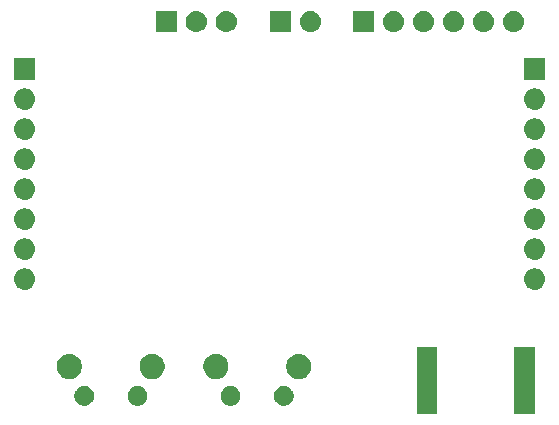
<source format=gbr>
G04 #@! TF.GenerationSoftware,KiCad,Pcbnew,(5.1.4)-1*
G04 #@! TF.CreationDate,2020-02-25T16:56:55+01:00*
G04 #@! TF.ProjectId,Master Thesis PCB,4d617374-6572-4205-9468-657369732050,rev?*
G04 #@! TF.SameCoordinates,Original*
G04 #@! TF.FileFunction,Soldermask,Bot*
G04 #@! TF.FilePolarity,Negative*
%FSLAX46Y46*%
G04 Gerber Fmt 4.6, Leading zero omitted, Abs format (unit mm)*
G04 Created by KiCad (PCBNEW (5.1.4)-1) date 2020-02-25 16:56:55*
%MOMM*%
%LPD*%
G04 APERTURE LIST*
%ADD10C,0.100000*%
G04 APERTURE END LIST*
D10*
G36*
X144001000Y-109251000D02*
G01*
X142249000Y-109251000D01*
X142249000Y-103549000D01*
X144001000Y-103549000D01*
X144001000Y-109251000D01*
X144001000Y-109251000D01*
G37*
G36*
X135751000Y-109251000D02*
G01*
X133999000Y-109251000D01*
X133999000Y-103549000D01*
X135751000Y-103549000D01*
X135751000Y-109251000D01*
X135751000Y-109251000D01*
G37*
G36*
X122880444Y-106869151D02*
G01*
X122987540Y-106890454D01*
X123138863Y-106953134D01*
X123138864Y-106953135D01*
X123275048Y-107044130D01*
X123390870Y-107159952D01*
X123451533Y-107250741D01*
X123481866Y-107296137D01*
X123544546Y-107447460D01*
X123576500Y-107608104D01*
X123576500Y-107771896D01*
X123544546Y-107932540D01*
X123481866Y-108083863D01*
X123481865Y-108083864D01*
X123390870Y-108220048D01*
X123275048Y-108335870D01*
X123184259Y-108396533D01*
X123138863Y-108426866D01*
X122987540Y-108489546D01*
X122880444Y-108510849D01*
X122826897Y-108521500D01*
X122663103Y-108521500D01*
X122609556Y-108510849D01*
X122502460Y-108489546D01*
X122351137Y-108426866D01*
X122305741Y-108396533D01*
X122214952Y-108335870D01*
X122099130Y-108220048D01*
X122008135Y-108083864D01*
X122008134Y-108083863D01*
X121945454Y-107932540D01*
X121913500Y-107771896D01*
X121913500Y-107608104D01*
X121945454Y-107447460D01*
X122008134Y-107296137D01*
X122038467Y-107250741D01*
X122099130Y-107159952D01*
X122214952Y-107044130D01*
X122351136Y-106953135D01*
X122351137Y-106953134D01*
X122502460Y-106890454D01*
X122609556Y-106869151D01*
X122663103Y-106858500D01*
X122826897Y-106858500D01*
X122880444Y-106869151D01*
X122880444Y-106869151D01*
G37*
G36*
X118380444Y-106869151D02*
G01*
X118487540Y-106890454D01*
X118638863Y-106953134D01*
X118638864Y-106953135D01*
X118775048Y-107044130D01*
X118890870Y-107159952D01*
X118951533Y-107250741D01*
X118981866Y-107296137D01*
X119044546Y-107447460D01*
X119076500Y-107608104D01*
X119076500Y-107771896D01*
X119044546Y-107932540D01*
X118981866Y-108083863D01*
X118981865Y-108083864D01*
X118890870Y-108220048D01*
X118775048Y-108335870D01*
X118684259Y-108396533D01*
X118638863Y-108426866D01*
X118487540Y-108489546D01*
X118380444Y-108510849D01*
X118326897Y-108521500D01*
X118163103Y-108521500D01*
X118109556Y-108510849D01*
X118002460Y-108489546D01*
X117851137Y-108426866D01*
X117805741Y-108396533D01*
X117714952Y-108335870D01*
X117599130Y-108220048D01*
X117508135Y-108083864D01*
X117508134Y-108083863D01*
X117445454Y-107932540D01*
X117413500Y-107771896D01*
X117413500Y-107608104D01*
X117445454Y-107447460D01*
X117508134Y-107296137D01*
X117538467Y-107250741D01*
X117599130Y-107159952D01*
X117714952Y-107044130D01*
X117851136Y-106953135D01*
X117851137Y-106953134D01*
X118002460Y-106890454D01*
X118109556Y-106869151D01*
X118163103Y-106858500D01*
X118326897Y-106858500D01*
X118380444Y-106869151D01*
X118380444Y-106869151D01*
G37*
G36*
X105980444Y-106869151D02*
G01*
X106087540Y-106890454D01*
X106238863Y-106953134D01*
X106238864Y-106953135D01*
X106375048Y-107044130D01*
X106490870Y-107159952D01*
X106551533Y-107250741D01*
X106581866Y-107296137D01*
X106644546Y-107447460D01*
X106676500Y-107608104D01*
X106676500Y-107771896D01*
X106644546Y-107932540D01*
X106581866Y-108083863D01*
X106581865Y-108083864D01*
X106490870Y-108220048D01*
X106375048Y-108335870D01*
X106284259Y-108396533D01*
X106238863Y-108426866D01*
X106087540Y-108489546D01*
X105980444Y-108510849D01*
X105926897Y-108521500D01*
X105763103Y-108521500D01*
X105709556Y-108510849D01*
X105602460Y-108489546D01*
X105451137Y-108426866D01*
X105405741Y-108396533D01*
X105314952Y-108335870D01*
X105199130Y-108220048D01*
X105108135Y-108083864D01*
X105108134Y-108083863D01*
X105045454Y-107932540D01*
X105013500Y-107771896D01*
X105013500Y-107608104D01*
X105045454Y-107447460D01*
X105108134Y-107296137D01*
X105138467Y-107250741D01*
X105199130Y-107159952D01*
X105314952Y-107044130D01*
X105451136Y-106953135D01*
X105451137Y-106953134D01*
X105602460Y-106890454D01*
X105709556Y-106869151D01*
X105763103Y-106858500D01*
X105926897Y-106858500D01*
X105980444Y-106869151D01*
X105980444Y-106869151D01*
G37*
G36*
X110480444Y-106869151D02*
G01*
X110587540Y-106890454D01*
X110738863Y-106953134D01*
X110738864Y-106953135D01*
X110875048Y-107044130D01*
X110990870Y-107159952D01*
X111051533Y-107250741D01*
X111081866Y-107296137D01*
X111144546Y-107447460D01*
X111176500Y-107608104D01*
X111176500Y-107771896D01*
X111144546Y-107932540D01*
X111081866Y-108083863D01*
X111081865Y-108083864D01*
X110990870Y-108220048D01*
X110875048Y-108335870D01*
X110784259Y-108396533D01*
X110738863Y-108426866D01*
X110587540Y-108489546D01*
X110480444Y-108510849D01*
X110426897Y-108521500D01*
X110263103Y-108521500D01*
X110209556Y-108510849D01*
X110102460Y-108489546D01*
X109951137Y-108426866D01*
X109905741Y-108396533D01*
X109814952Y-108335870D01*
X109699130Y-108220048D01*
X109608135Y-108083864D01*
X109608134Y-108083863D01*
X109545454Y-107932540D01*
X109513500Y-107771896D01*
X109513500Y-107608104D01*
X109545454Y-107447460D01*
X109608134Y-107296137D01*
X109638467Y-107250741D01*
X109699130Y-107159952D01*
X109814952Y-107044130D01*
X109951136Y-106953135D01*
X109951137Y-106953134D01*
X110102460Y-106890454D01*
X110209556Y-106869151D01*
X110263103Y-106858500D01*
X110426897Y-106858500D01*
X110480444Y-106869151D01*
X110480444Y-106869151D01*
G37*
G36*
X117197576Y-104156444D02*
G01*
X117300357Y-104176889D01*
X117397175Y-104216993D01*
X117493994Y-104257096D01*
X117668258Y-104373535D01*
X117816465Y-104521742D01*
X117932904Y-104696006D01*
X118013111Y-104889644D01*
X118054000Y-105095204D01*
X118054000Y-105304796D01*
X118013111Y-105510356D01*
X117932904Y-105703994D01*
X117816465Y-105878258D01*
X117668258Y-106026465D01*
X117493994Y-106142904D01*
X117397175Y-106183007D01*
X117300357Y-106223111D01*
X117197576Y-106243556D01*
X117094796Y-106264000D01*
X116885204Y-106264000D01*
X116782424Y-106243555D01*
X116679643Y-106223111D01*
X116582825Y-106183008D01*
X116486006Y-106142904D01*
X116311742Y-106026465D01*
X116163535Y-105878258D01*
X116047096Y-105703994D01*
X115966889Y-105510356D01*
X115926000Y-105304796D01*
X115926000Y-105095204D01*
X115966889Y-104889644D01*
X116047096Y-104696006D01*
X116163535Y-104521742D01*
X116311742Y-104373535D01*
X116486006Y-104257096D01*
X116582825Y-104216992D01*
X116679643Y-104176889D01*
X116782424Y-104156444D01*
X116885204Y-104136000D01*
X117094796Y-104136000D01*
X117197576Y-104156444D01*
X117197576Y-104156444D01*
G37*
G36*
X124207576Y-104156444D02*
G01*
X124310357Y-104176889D01*
X124407175Y-104216993D01*
X124503994Y-104257096D01*
X124678258Y-104373535D01*
X124826465Y-104521742D01*
X124942904Y-104696006D01*
X125023111Y-104889644D01*
X125064000Y-105095204D01*
X125064000Y-105304796D01*
X125023111Y-105510356D01*
X124942904Y-105703994D01*
X124826465Y-105878258D01*
X124678258Y-106026465D01*
X124503994Y-106142904D01*
X124407175Y-106183007D01*
X124310357Y-106223111D01*
X124207576Y-106243556D01*
X124104796Y-106264000D01*
X123895204Y-106264000D01*
X123792424Y-106243555D01*
X123689643Y-106223111D01*
X123592825Y-106183008D01*
X123496006Y-106142904D01*
X123321742Y-106026465D01*
X123173535Y-105878258D01*
X123057096Y-105703994D01*
X122976889Y-105510356D01*
X122936000Y-105304796D01*
X122936000Y-105095204D01*
X122976889Y-104889644D01*
X123057096Y-104696006D01*
X123173535Y-104521742D01*
X123321742Y-104373535D01*
X123496006Y-104257096D01*
X123592825Y-104216992D01*
X123689643Y-104176889D01*
X123792424Y-104156444D01*
X123895204Y-104136000D01*
X124104796Y-104136000D01*
X124207576Y-104156444D01*
X124207576Y-104156444D01*
G37*
G36*
X111807576Y-104156444D02*
G01*
X111910357Y-104176889D01*
X112007175Y-104216993D01*
X112103994Y-104257096D01*
X112278258Y-104373535D01*
X112426465Y-104521742D01*
X112542904Y-104696006D01*
X112623111Y-104889644D01*
X112664000Y-105095204D01*
X112664000Y-105304796D01*
X112623111Y-105510356D01*
X112542904Y-105703994D01*
X112426465Y-105878258D01*
X112278258Y-106026465D01*
X112103994Y-106142904D01*
X112007175Y-106183007D01*
X111910357Y-106223111D01*
X111807576Y-106243556D01*
X111704796Y-106264000D01*
X111495204Y-106264000D01*
X111392424Y-106243555D01*
X111289643Y-106223111D01*
X111192825Y-106183008D01*
X111096006Y-106142904D01*
X110921742Y-106026465D01*
X110773535Y-105878258D01*
X110657096Y-105703994D01*
X110576889Y-105510356D01*
X110536000Y-105304796D01*
X110536000Y-105095204D01*
X110576889Y-104889644D01*
X110657096Y-104696006D01*
X110773535Y-104521742D01*
X110921742Y-104373535D01*
X111096006Y-104257096D01*
X111192825Y-104216992D01*
X111289643Y-104176889D01*
X111392424Y-104156444D01*
X111495204Y-104136000D01*
X111704796Y-104136000D01*
X111807576Y-104156444D01*
X111807576Y-104156444D01*
G37*
G36*
X104797576Y-104156444D02*
G01*
X104900357Y-104176889D01*
X104997175Y-104216993D01*
X105093994Y-104257096D01*
X105268258Y-104373535D01*
X105416465Y-104521742D01*
X105532904Y-104696006D01*
X105613111Y-104889644D01*
X105654000Y-105095204D01*
X105654000Y-105304796D01*
X105613111Y-105510356D01*
X105532904Y-105703994D01*
X105416465Y-105878258D01*
X105268258Y-106026465D01*
X105093994Y-106142904D01*
X104997175Y-106183007D01*
X104900357Y-106223111D01*
X104797576Y-106243556D01*
X104694796Y-106264000D01*
X104485204Y-106264000D01*
X104382424Y-106243555D01*
X104279643Y-106223111D01*
X104182825Y-106183008D01*
X104086006Y-106142904D01*
X103911742Y-106026465D01*
X103763535Y-105878258D01*
X103647096Y-105703994D01*
X103566889Y-105510356D01*
X103526000Y-105304796D01*
X103526000Y-105095204D01*
X103566889Y-104889644D01*
X103647096Y-104696006D01*
X103763535Y-104521742D01*
X103911742Y-104373535D01*
X104086006Y-104257096D01*
X104182825Y-104216992D01*
X104279643Y-104176889D01*
X104382424Y-104156444D01*
X104485204Y-104136000D01*
X104694796Y-104136000D01*
X104797576Y-104156444D01*
X104797576Y-104156444D01*
G37*
G36*
X100910443Y-96905519D02*
G01*
X100976627Y-96912037D01*
X101146466Y-96963557D01*
X101302991Y-97047222D01*
X101338729Y-97076552D01*
X101440186Y-97159814D01*
X101523448Y-97261271D01*
X101552778Y-97297009D01*
X101636443Y-97453534D01*
X101687963Y-97623373D01*
X101705359Y-97800000D01*
X101687963Y-97976627D01*
X101636443Y-98146466D01*
X101552778Y-98302991D01*
X101523448Y-98338729D01*
X101440186Y-98440186D01*
X101338729Y-98523448D01*
X101302991Y-98552778D01*
X101146466Y-98636443D01*
X100976627Y-98687963D01*
X100910443Y-98694481D01*
X100844260Y-98701000D01*
X100755740Y-98701000D01*
X100689557Y-98694481D01*
X100623373Y-98687963D01*
X100453534Y-98636443D01*
X100297009Y-98552778D01*
X100261271Y-98523448D01*
X100159814Y-98440186D01*
X100076552Y-98338729D01*
X100047222Y-98302991D01*
X99963557Y-98146466D01*
X99912037Y-97976627D01*
X99894641Y-97800000D01*
X99912037Y-97623373D01*
X99963557Y-97453534D01*
X100047222Y-97297009D01*
X100076552Y-97261271D01*
X100159814Y-97159814D01*
X100261271Y-97076552D01*
X100297009Y-97047222D01*
X100453534Y-96963557D01*
X100623373Y-96912037D01*
X100689557Y-96905519D01*
X100755740Y-96899000D01*
X100844260Y-96899000D01*
X100910443Y-96905519D01*
X100910443Y-96905519D01*
G37*
G36*
X144090443Y-96905519D02*
G01*
X144156627Y-96912037D01*
X144326466Y-96963557D01*
X144482991Y-97047222D01*
X144518729Y-97076552D01*
X144620186Y-97159814D01*
X144703448Y-97261271D01*
X144732778Y-97297009D01*
X144816443Y-97453534D01*
X144867963Y-97623373D01*
X144885359Y-97800000D01*
X144867963Y-97976627D01*
X144816443Y-98146466D01*
X144732778Y-98302991D01*
X144703448Y-98338729D01*
X144620186Y-98440186D01*
X144518729Y-98523448D01*
X144482991Y-98552778D01*
X144326466Y-98636443D01*
X144156627Y-98687963D01*
X144090443Y-98694481D01*
X144024260Y-98701000D01*
X143935740Y-98701000D01*
X143869557Y-98694481D01*
X143803373Y-98687963D01*
X143633534Y-98636443D01*
X143477009Y-98552778D01*
X143441271Y-98523448D01*
X143339814Y-98440186D01*
X143256552Y-98338729D01*
X143227222Y-98302991D01*
X143143557Y-98146466D01*
X143092037Y-97976627D01*
X143074641Y-97800000D01*
X143092037Y-97623373D01*
X143143557Y-97453534D01*
X143227222Y-97297009D01*
X143256552Y-97261271D01*
X143339814Y-97159814D01*
X143441271Y-97076552D01*
X143477009Y-97047222D01*
X143633534Y-96963557D01*
X143803373Y-96912037D01*
X143869557Y-96905519D01*
X143935740Y-96899000D01*
X144024260Y-96899000D01*
X144090443Y-96905519D01*
X144090443Y-96905519D01*
G37*
G36*
X144090443Y-94365519D02*
G01*
X144156627Y-94372037D01*
X144326466Y-94423557D01*
X144482991Y-94507222D01*
X144518729Y-94536552D01*
X144620186Y-94619814D01*
X144703448Y-94721271D01*
X144732778Y-94757009D01*
X144816443Y-94913534D01*
X144867963Y-95083373D01*
X144885359Y-95260000D01*
X144867963Y-95436627D01*
X144816443Y-95606466D01*
X144732778Y-95762991D01*
X144703448Y-95798729D01*
X144620186Y-95900186D01*
X144518729Y-95983448D01*
X144482991Y-96012778D01*
X144326466Y-96096443D01*
X144156627Y-96147963D01*
X144090442Y-96154482D01*
X144024260Y-96161000D01*
X143935740Y-96161000D01*
X143869558Y-96154482D01*
X143803373Y-96147963D01*
X143633534Y-96096443D01*
X143477009Y-96012778D01*
X143441271Y-95983448D01*
X143339814Y-95900186D01*
X143256552Y-95798729D01*
X143227222Y-95762991D01*
X143143557Y-95606466D01*
X143092037Y-95436627D01*
X143074641Y-95260000D01*
X143092037Y-95083373D01*
X143143557Y-94913534D01*
X143227222Y-94757009D01*
X143256552Y-94721271D01*
X143339814Y-94619814D01*
X143441271Y-94536552D01*
X143477009Y-94507222D01*
X143633534Y-94423557D01*
X143803373Y-94372037D01*
X143869558Y-94365518D01*
X143935740Y-94359000D01*
X144024260Y-94359000D01*
X144090443Y-94365519D01*
X144090443Y-94365519D01*
G37*
G36*
X100910443Y-94365519D02*
G01*
X100976627Y-94372037D01*
X101146466Y-94423557D01*
X101302991Y-94507222D01*
X101338729Y-94536552D01*
X101440186Y-94619814D01*
X101523448Y-94721271D01*
X101552778Y-94757009D01*
X101636443Y-94913534D01*
X101687963Y-95083373D01*
X101705359Y-95260000D01*
X101687963Y-95436627D01*
X101636443Y-95606466D01*
X101552778Y-95762991D01*
X101523448Y-95798729D01*
X101440186Y-95900186D01*
X101338729Y-95983448D01*
X101302991Y-96012778D01*
X101146466Y-96096443D01*
X100976627Y-96147963D01*
X100910442Y-96154482D01*
X100844260Y-96161000D01*
X100755740Y-96161000D01*
X100689558Y-96154482D01*
X100623373Y-96147963D01*
X100453534Y-96096443D01*
X100297009Y-96012778D01*
X100261271Y-95983448D01*
X100159814Y-95900186D01*
X100076552Y-95798729D01*
X100047222Y-95762991D01*
X99963557Y-95606466D01*
X99912037Y-95436627D01*
X99894641Y-95260000D01*
X99912037Y-95083373D01*
X99963557Y-94913534D01*
X100047222Y-94757009D01*
X100076552Y-94721271D01*
X100159814Y-94619814D01*
X100261271Y-94536552D01*
X100297009Y-94507222D01*
X100453534Y-94423557D01*
X100623373Y-94372037D01*
X100689557Y-94365519D01*
X100755740Y-94359000D01*
X100844260Y-94359000D01*
X100910443Y-94365519D01*
X100910443Y-94365519D01*
G37*
G36*
X100910443Y-91825519D02*
G01*
X100976627Y-91832037D01*
X101146466Y-91883557D01*
X101302991Y-91967222D01*
X101338729Y-91996552D01*
X101440186Y-92079814D01*
X101523448Y-92181271D01*
X101552778Y-92217009D01*
X101636443Y-92373534D01*
X101687963Y-92543373D01*
X101705359Y-92720000D01*
X101687963Y-92896627D01*
X101636443Y-93066466D01*
X101552778Y-93222991D01*
X101523448Y-93258729D01*
X101440186Y-93360186D01*
X101338729Y-93443448D01*
X101302991Y-93472778D01*
X101146466Y-93556443D01*
X100976627Y-93607963D01*
X100910443Y-93614481D01*
X100844260Y-93621000D01*
X100755740Y-93621000D01*
X100689557Y-93614481D01*
X100623373Y-93607963D01*
X100453534Y-93556443D01*
X100297009Y-93472778D01*
X100261271Y-93443448D01*
X100159814Y-93360186D01*
X100076552Y-93258729D01*
X100047222Y-93222991D01*
X99963557Y-93066466D01*
X99912037Y-92896627D01*
X99894641Y-92720000D01*
X99912037Y-92543373D01*
X99963557Y-92373534D01*
X100047222Y-92217009D01*
X100076552Y-92181271D01*
X100159814Y-92079814D01*
X100261271Y-91996552D01*
X100297009Y-91967222D01*
X100453534Y-91883557D01*
X100623373Y-91832037D01*
X100689557Y-91825519D01*
X100755740Y-91819000D01*
X100844260Y-91819000D01*
X100910443Y-91825519D01*
X100910443Y-91825519D01*
G37*
G36*
X144090443Y-91825519D02*
G01*
X144156627Y-91832037D01*
X144326466Y-91883557D01*
X144482991Y-91967222D01*
X144518729Y-91996552D01*
X144620186Y-92079814D01*
X144703448Y-92181271D01*
X144732778Y-92217009D01*
X144816443Y-92373534D01*
X144867963Y-92543373D01*
X144885359Y-92720000D01*
X144867963Y-92896627D01*
X144816443Y-93066466D01*
X144732778Y-93222991D01*
X144703448Y-93258729D01*
X144620186Y-93360186D01*
X144518729Y-93443448D01*
X144482991Y-93472778D01*
X144326466Y-93556443D01*
X144156627Y-93607963D01*
X144090443Y-93614481D01*
X144024260Y-93621000D01*
X143935740Y-93621000D01*
X143869557Y-93614481D01*
X143803373Y-93607963D01*
X143633534Y-93556443D01*
X143477009Y-93472778D01*
X143441271Y-93443448D01*
X143339814Y-93360186D01*
X143256552Y-93258729D01*
X143227222Y-93222991D01*
X143143557Y-93066466D01*
X143092037Y-92896627D01*
X143074641Y-92720000D01*
X143092037Y-92543373D01*
X143143557Y-92373534D01*
X143227222Y-92217009D01*
X143256552Y-92181271D01*
X143339814Y-92079814D01*
X143441271Y-91996552D01*
X143477009Y-91967222D01*
X143633534Y-91883557D01*
X143803373Y-91832037D01*
X143869557Y-91825519D01*
X143935740Y-91819000D01*
X144024260Y-91819000D01*
X144090443Y-91825519D01*
X144090443Y-91825519D01*
G37*
G36*
X144090442Y-89285518D02*
G01*
X144156627Y-89292037D01*
X144326466Y-89343557D01*
X144482991Y-89427222D01*
X144518729Y-89456552D01*
X144620186Y-89539814D01*
X144703448Y-89641271D01*
X144732778Y-89677009D01*
X144816443Y-89833534D01*
X144867963Y-90003373D01*
X144885359Y-90180000D01*
X144867963Y-90356627D01*
X144816443Y-90526466D01*
X144732778Y-90682991D01*
X144703448Y-90718729D01*
X144620186Y-90820186D01*
X144518729Y-90903448D01*
X144482991Y-90932778D01*
X144326466Y-91016443D01*
X144156627Y-91067963D01*
X144090443Y-91074481D01*
X144024260Y-91081000D01*
X143935740Y-91081000D01*
X143869557Y-91074481D01*
X143803373Y-91067963D01*
X143633534Y-91016443D01*
X143477009Y-90932778D01*
X143441271Y-90903448D01*
X143339814Y-90820186D01*
X143256552Y-90718729D01*
X143227222Y-90682991D01*
X143143557Y-90526466D01*
X143092037Y-90356627D01*
X143074641Y-90180000D01*
X143092037Y-90003373D01*
X143143557Y-89833534D01*
X143227222Y-89677009D01*
X143256552Y-89641271D01*
X143339814Y-89539814D01*
X143441271Y-89456552D01*
X143477009Y-89427222D01*
X143633534Y-89343557D01*
X143803373Y-89292037D01*
X143869558Y-89285518D01*
X143935740Y-89279000D01*
X144024260Y-89279000D01*
X144090442Y-89285518D01*
X144090442Y-89285518D01*
G37*
G36*
X100910442Y-89285518D02*
G01*
X100976627Y-89292037D01*
X101146466Y-89343557D01*
X101302991Y-89427222D01*
X101338729Y-89456552D01*
X101440186Y-89539814D01*
X101523448Y-89641271D01*
X101552778Y-89677009D01*
X101636443Y-89833534D01*
X101687963Y-90003373D01*
X101705359Y-90180000D01*
X101687963Y-90356627D01*
X101636443Y-90526466D01*
X101552778Y-90682991D01*
X101523448Y-90718729D01*
X101440186Y-90820186D01*
X101338729Y-90903448D01*
X101302991Y-90932778D01*
X101146466Y-91016443D01*
X100976627Y-91067963D01*
X100910443Y-91074481D01*
X100844260Y-91081000D01*
X100755740Y-91081000D01*
X100689557Y-91074481D01*
X100623373Y-91067963D01*
X100453534Y-91016443D01*
X100297009Y-90932778D01*
X100261271Y-90903448D01*
X100159814Y-90820186D01*
X100076552Y-90718729D01*
X100047222Y-90682991D01*
X99963557Y-90526466D01*
X99912037Y-90356627D01*
X99894641Y-90180000D01*
X99912037Y-90003373D01*
X99963557Y-89833534D01*
X100047222Y-89677009D01*
X100076552Y-89641271D01*
X100159814Y-89539814D01*
X100261271Y-89456552D01*
X100297009Y-89427222D01*
X100453534Y-89343557D01*
X100623373Y-89292037D01*
X100689558Y-89285518D01*
X100755740Y-89279000D01*
X100844260Y-89279000D01*
X100910442Y-89285518D01*
X100910442Y-89285518D01*
G37*
G36*
X100910443Y-86745519D02*
G01*
X100976627Y-86752037D01*
X101146466Y-86803557D01*
X101302991Y-86887222D01*
X101338729Y-86916552D01*
X101440186Y-86999814D01*
X101523448Y-87101271D01*
X101552778Y-87137009D01*
X101636443Y-87293534D01*
X101687963Y-87463373D01*
X101705359Y-87640000D01*
X101687963Y-87816627D01*
X101636443Y-87986466D01*
X101552778Y-88142991D01*
X101523448Y-88178729D01*
X101440186Y-88280186D01*
X101338729Y-88363448D01*
X101302991Y-88392778D01*
X101146466Y-88476443D01*
X100976627Y-88527963D01*
X100910443Y-88534481D01*
X100844260Y-88541000D01*
X100755740Y-88541000D01*
X100689557Y-88534481D01*
X100623373Y-88527963D01*
X100453534Y-88476443D01*
X100297009Y-88392778D01*
X100261271Y-88363448D01*
X100159814Y-88280186D01*
X100076552Y-88178729D01*
X100047222Y-88142991D01*
X99963557Y-87986466D01*
X99912037Y-87816627D01*
X99894641Y-87640000D01*
X99912037Y-87463373D01*
X99963557Y-87293534D01*
X100047222Y-87137009D01*
X100076552Y-87101271D01*
X100159814Y-86999814D01*
X100261271Y-86916552D01*
X100297009Y-86887222D01*
X100453534Y-86803557D01*
X100623373Y-86752037D01*
X100689557Y-86745519D01*
X100755740Y-86739000D01*
X100844260Y-86739000D01*
X100910443Y-86745519D01*
X100910443Y-86745519D01*
G37*
G36*
X144090443Y-86745519D02*
G01*
X144156627Y-86752037D01*
X144326466Y-86803557D01*
X144482991Y-86887222D01*
X144518729Y-86916552D01*
X144620186Y-86999814D01*
X144703448Y-87101271D01*
X144732778Y-87137009D01*
X144816443Y-87293534D01*
X144867963Y-87463373D01*
X144885359Y-87640000D01*
X144867963Y-87816627D01*
X144816443Y-87986466D01*
X144732778Y-88142991D01*
X144703448Y-88178729D01*
X144620186Y-88280186D01*
X144518729Y-88363448D01*
X144482991Y-88392778D01*
X144326466Y-88476443D01*
X144156627Y-88527963D01*
X144090443Y-88534481D01*
X144024260Y-88541000D01*
X143935740Y-88541000D01*
X143869557Y-88534481D01*
X143803373Y-88527963D01*
X143633534Y-88476443D01*
X143477009Y-88392778D01*
X143441271Y-88363448D01*
X143339814Y-88280186D01*
X143256552Y-88178729D01*
X143227222Y-88142991D01*
X143143557Y-87986466D01*
X143092037Y-87816627D01*
X143074641Y-87640000D01*
X143092037Y-87463373D01*
X143143557Y-87293534D01*
X143227222Y-87137009D01*
X143256552Y-87101271D01*
X143339814Y-86999814D01*
X143441271Y-86916552D01*
X143477009Y-86887222D01*
X143633534Y-86803557D01*
X143803373Y-86752037D01*
X143869557Y-86745519D01*
X143935740Y-86739000D01*
X144024260Y-86739000D01*
X144090443Y-86745519D01*
X144090443Y-86745519D01*
G37*
G36*
X100910443Y-84205519D02*
G01*
X100976627Y-84212037D01*
X101146466Y-84263557D01*
X101302991Y-84347222D01*
X101338729Y-84376552D01*
X101440186Y-84459814D01*
X101523448Y-84561271D01*
X101552778Y-84597009D01*
X101636443Y-84753534D01*
X101687963Y-84923373D01*
X101705359Y-85100000D01*
X101687963Y-85276627D01*
X101636443Y-85446466D01*
X101552778Y-85602991D01*
X101523448Y-85638729D01*
X101440186Y-85740186D01*
X101338729Y-85823448D01*
X101302991Y-85852778D01*
X101146466Y-85936443D01*
X100976627Y-85987963D01*
X100910442Y-85994482D01*
X100844260Y-86001000D01*
X100755740Y-86001000D01*
X100689558Y-85994482D01*
X100623373Y-85987963D01*
X100453534Y-85936443D01*
X100297009Y-85852778D01*
X100261271Y-85823448D01*
X100159814Y-85740186D01*
X100076552Y-85638729D01*
X100047222Y-85602991D01*
X99963557Y-85446466D01*
X99912037Y-85276627D01*
X99894641Y-85100000D01*
X99912037Y-84923373D01*
X99963557Y-84753534D01*
X100047222Y-84597009D01*
X100076552Y-84561271D01*
X100159814Y-84459814D01*
X100261271Y-84376552D01*
X100297009Y-84347222D01*
X100453534Y-84263557D01*
X100623373Y-84212037D01*
X100689557Y-84205519D01*
X100755740Y-84199000D01*
X100844260Y-84199000D01*
X100910443Y-84205519D01*
X100910443Y-84205519D01*
G37*
G36*
X144090443Y-84205519D02*
G01*
X144156627Y-84212037D01*
X144326466Y-84263557D01*
X144482991Y-84347222D01*
X144518729Y-84376552D01*
X144620186Y-84459814D01*
X144703448Y-84561271D01*
X144732778Y-84597009D01*
X144816443Y-84753534D01*
X144867963Y-84923373D01*
X144885359Y-85100000D01*
X144867963Y-85276627D01*
X144816443Y-85446466D01*
X144732778Y-85602991D01*
X144703448Y-85638729D01*
X144620186Y-85740186D01*
X144518729Y-85823448D01*
X144482991Y-85852778D01*
X144326466Y-85936443D01*
X144156627Y-85987963D01*
X144090442Y-85994482D01*
X144024260Y-86001000D01*
X143935740Y-86001000D01*
X143869558Y-85994482D01*
X143803373Y-85987963D01*
X143633534Y-85936443D01*
X143477009Y-85852778D01*
X143441271Y-85823448D01*
X143339814Y-85740186D01*
X143256552Y-85638729D01*
X143227222Y-85602991D01*
X143143557Y-85446466D01*
X143092037Y-85276627D01*
X143074641Y-85100000D01*
X143092037Y-84923373D01*
X143143557Y-84753534D01*
X143227222Y-84597009D01*
X143256552Y-84561271D01*
X143339814Y-84459814D01*
X143441271Y-84376552D01*
X143477009Y-84347222D01*
X143633534Y-84263557D01*
X143803373Y-84212037D01*
X143869557Y-84205519D01*
X143935740Y-84199000D01*
X144024260Y-84199000D01*
X144090443Y-84205519D01*
X144090443Y-84205519D01*
G37*
G36*
X144090442Y-81665518D02*
G01*
X144156627Y-81672037D01*
X144326466Y-81723557D01*
X144482991Y-81807222D01*
X144518729Y-81836552D01*
X144620186Y-81919814D01*
X144703448Y-82021271D01*
X144732778Y-82057009D01*
X144816443Y-82213534D01*
X144867963Y-82383373D01*
X144885359Y-82560000D01*
X144867963Y-82736627D01*
X144816443Y-82906466D01*
X144732778Y-83062991D01*
X144703448Y-83098729D01*
X144620186Y-83200186D01*
X144518729Y-83283448D01*
X144482991Y-83312778D01*
X144326466Y-83396443D01*
X144156627Y-83447963D01*
X144090442Y-83454482D01*
X144024260Y-83461000D01*
X143935740Y-83461000D01*
X143869558Y-83454482D01*
X143803373Y-83447963D01*
X143633534Y-83396443D01*
X143477009Y-83312778D01*
X143441271Y-83283448D01*
X143339814Y-83200186D01*
X143256552Y-83098729D01*
X143227222Y-83062991D01*
X143143557Y-82906466D01*
X143092037Y-82736627D01*
X143074641Y-82560000D01*
X143092037Y-82383373D01*
X143143557Y-82213534D01*
X143227222Y-82057009D01*
X143256552Y-82021271D01*
X143339814Y-81919814D01*
X143441271Y-81836552D01*
X143477009Y-81807222D01*
X143633534Y-81723557D01*
X143803373Y-81672037D01*
X143869558Y-81665518D01*
X143935740Y-81659000D01*
X144024260Y-81659000D01*
X144090442Y-81665518D01*
X144090442Y-81665518D01*
G37*
G36*
X100910442Y-81665518D02*
G01*
X100976627Y-81672037D01*
X101146466Y-81723557D01*
X101302991Y-81807222D01*
X101338729Y-81836552D01*
X101440186Y-81919814D01*
X101523448Y-82021271D01*
X101552778Y-82057009D01*
X101636443Y-82213534D01*
X101687963Y-82383373D01*
X101705359Y-82560000D01*
X101687963Y-82736627D01*
X101636443Y-82906466D01*
X101552778Y-83062991D01*
X101523448Y-83098729D01*
X101440186Y-83200186D01*
X101338729Y-83283448D01*
X101302991Y-83312778D01*
X101146466Y-83396443D01*
X100976627Y-83447963D01*
X100910442Y-83454482D01*
X100844260Y-83461000D01*
X100755740Y-83461000D01*
X100689558Y-83454482D01*
X100623373Y-83447963D01*
X100453534Y-83396443D01*
X100297009Y-83312778D01*
X100261271Y-83283448D01*
X100159814Y-83200186D01*
X100076552Y-83098729D01*
X100047222Y-83062991D01*
X99963557Y-82906466D01*
X99912037Y-82736627D01*
X99894641Y-82560000D01*
X99912037Y-82383373D01*
X99963557Y-82213534D01*
X100047222Y-82057009D01*
X100076552Y-82021271D01*
X100159814Y-81919814D01*
X100261271Y-81836552D01*
X100297009Y-81807222D01*
X100453534Y-81723557D01*
X100623373Y-81672037D01*
X100689558Y-81665518D01*
X100755740Y-81659000D01*
X100844260Y-81659000D01*
X100910442Y-81665518D01*
X100910442Y-81665518D01*
G37*
G36*
X144881000Y-80921000D02*
G01*
X143079000Y-80921000D01*
X143079000Y-79119000D01*
X144881000Y-79119000D01*
X144881000Y-80921000D01*
X144881000Y-80921000D01*
G37*
G36*
X101701000Y-80921000D02*
G01*
X99899000Y-80921000D01*
X99899000Y-79119000D01*
X101701000Y-79119000D01*
X101701000Y-80921000D01*
X101701000Y-80921000D01*
G37*
G36*
X115450442Y-75105518D02*
G01*
X115516627Y-75112037D01*
X115686466Y-75163557D01*
X115842991Y-75247222D01*
X115878729Y-75276552D01*
X115980186Y-75359814D01*
X116063448Y-75461271D01*
X116092778Y-75497009D01*
X116176443Y-75653534D01*
X116227963Y-75823373D01*
X116245359Y-76000000D01*
X116227963Y-76176627D01*
X116176443Y-76346466D01*
X116092778Y-76502991D01*
X116063448Y-76538729D01*
X115980186Y-76640186D01*
X115878729Y-76723448D01*
X115842991Y-76752778D01*
X115686466Y-76836443D01*
X115516627Y-76887963D01*
X115450442Y-76894482D01*
X115384260Y-76901000D01*
X115295740Y-76901000D01*
X115229558Y-76894482D01*
X115163373Y-76887963D01*
X114993534Y-76836443D01*
X114837009Y-76752778D01*
X114801271Y-76723448D01*
X114699814Y-76640186D01*
X114616552Y-76538729D01*
X114587222Y-76502991D01*
X114503557Y-76346466D01*
X114452037Y-76176627D01*
X114434641Y-76000000D01*
X114452037Y-75823373D01*
X114503557Y-75653534D01*
X114587222Y-75497009D01*
X114616552Y-75461271D01*
X114699814Y-75359814D01*
X114801271Y-75276552D01*
X114837009Y-75247222D01*
X114993534Y-75163557D01*
X115163373Y-75112037D01*
X115229558Y-75105518D01*
X115295740Y-75099000D01*
X115384260Y-75099000D01*
X115450442Y-75105518D01*
X115450442Y-75105518D01*
G37*
G36*
X117990442Y-75105518D02*
G01*
X118056627Y-75112037D01*
X118226466Y-75163557D01*
X118382991Y-75247222D01*
X118418729Y-75276552D01*
X118520186Y-75359814D01*
X118603448Y-75461271D01*
X118632778Y-75497009D01*
X118716443Y-75653534D01*
X118767963Y-75823373D01*
X118785359Y-76000000D01*
X118767963Y-76176627D01*
X118716443Y-76346466D01*
X118632778Y-76502991D01*
X118603448Y-76538729D01*
X118520186Y-76640186D01*
X118418729Y-76723448D01*
X118382991Y-76752778D01*
X118226466Y-76836443D01*
X118056627Y-76887963D01*
X117990442Y-76894482D01*
X117924260Y-76901000D01*
X117835740Y-76901000D01*
X117769558Y-76894482D01*
X117703373Y-76887963D01*
X117533534Y-76836443D01*
X117377009Y-76752778D01*
X117341271Y-76723448D01*
X117239814Y-76640186D01*
X117156552Y-76538729D01*
X117127222Y-76502991D01*
X117043557Y-76346466D01*
X116992037Y-76176627D01*
X116974641Y-76000000D01*
X116992037Y-75823373D01*
X117043557Y-75653534D01*
X117127222Y-75497009D01*
X117156552Y-75461271D01*
X117239814Y-75359814D01*
X117341271Y-75276552D01*
X117377009Y-75247222D01*
X117533534Y-75163557D01*
X117703373Y-75112037D01*
X117769558Y-75105518D01*
X117835740Y-75099000D01*
X117924260Y-75099000D01*
X117990442Y-75105518D01*
X117990442Y-75105518D01*
G37*
G36*
X123361000Y-76901000D02*
G01*
X121559000Y-76901000D01*
X121559000Y-75099000D01*
X123361000Y-75099000D01*
X123361000Y-76901000D01*
X123361000Y-76901000D01*
G37*
G36*
X113701000Y-76901000D02*
G01*
X111899000Y-76901000D01*
X111899000Y-75099000D01*
X113701000Y-75099000D01*
X113701000Y-76901000D01*
X113701000Y-76901000D01*
G37*
G36*
X130401000Y-76901000D02*
G01*
X128599000Y-76901000D01*
X128599000Y-75099000D01*
X130401000Y-75099000D01*
X130401000Y-76901000D01*
X130401000Y-76901000D01*
G37*
G36*
X132150442Y-75105518D02*
G01*
X132216627Y-75112037D01*
X132386466Y-75163557D01*
X132542991Y-75247222D01*
X132578729Y-75276552D01*
X132680186Y-75359814D01*
X132763448Y-75461271D01*
X132792778Y-75497009D01*
X132876443Y-75653534D01*
X132927963Y-75823373D01*
X132945359Y-76000000D01*
X132927963Y-76176627D01*
X132876443Y-76346466D01*
X132792778Y-76502991D01*
X132763448Y-76538729D01*
X132680186Y-76640186D01*
X132578729Y-76723448D01*
X132542991Y-76752778D01*
X132386466Y-76836443D01*
X132216627Y-76887963D01*
X132150442Y-76894482D01*
X132084260Y-76901000D01*
X131995740Y-76901000D01*
X131929558Y-76894482D01*
X131863373Y-76887963D01*
X131693534Y-76836443D01*
X131537009Y-76752778D01*
X131501271Y-76723448D01*
X131399814Y-76640186D01*
X131316552Y-76538729D01*
X131287222Y-76502991D01*
X131203557Y-76346466D01*
X131152037Y-76176627D01*
X131134641Y-76000000D01*
X131152037Y-75823373D01*
X131203557Y-75653534D01*
X131287222Y-75497009D01*
X131316552Y-75461271D01*
X131399814Y-75359814D01*
X131501271Y-75276552D01*
X131537009Y-75247222D01*
X131693534Y-75163557D01*
X131863373Y-75112037D01*
X131929558Y-75105518D01*
X131995740Y-75099000D01*
X132084260Y-75099000D01*
X132150442Y-75105518D01*
X132150442Y-75105518D01*
G37*
G36*
X134690442Y-75105518D02*
G01*
X134756627Y-75112037D01*
X134926466Y-75163557D01*
X135082991Y-75247222D01*
X135118729Y-75276552D01*
X135220186Y-75359814D01*
X135303448Y-75461271D01*
X135332778Y-75497009D01*
X135416443Y-75653534D01*
X135467963Y-75823373D01*
X135485359Y-76000000D01*
X135467963Y-76176627D01*
X135416443Y-76346466D01*
X135332778Y-76502991D01*
X135303448Y-76538729D01*
X135220186Y-76640186D01*
X135118729Y-76723448D01*
X135082991Y-76752778D01*
X134926466Y-76836443D01*
X134756627Y-76887963D01*
X134690442Y-76894482D01*
X134624260Y-76901000D01*
X134535740Y-76901000D01*
X134469558Y-76894482D01*
X134403373Y-76887963D01*
X134233534Y-76836443D01*
X134077009Y-76752778D01*
X134041271Y-76723448D01*
X133939814Y-76640186D01*
X133856552Y-76538729D01*
X133827222Y-76502991D01*
X133743557Y-76346466D01*
X133692037Y-76176627D01*
X133674641Y-76000000D01*
X133692037Y-75823373D01*
X133743557Y-75653534D01*
X133827222Y-75497009D01*
X133856552Y-75461271D01*
X133939814Y-75359814D01*
X134041271Y-75276552D01*
X134077009Y-75247222D01*
X134233534Y-75163557D01*
X134403373Y-75112037D01*
X134469558Y-75105518D01*
X134535740Y-75099000D01*
X134624260Y-75099000D01*
X134690442Y-75105518D01*
X134690442Y-75105518D01*
G37*
G36*
X137230442Y-75105518D02*
G01*
X137296627Y-75112037D01*
X137466466Y-75163557D01*
X137622991Y-75247222D01*
X137658729Y-75276552D01*
X137760186Y-75359814D01*
X137843448Y-75461271D01*
X137872778Y-75497009D01*
X137956443Y-75653534D01*
X138007963Y-75823373D01*
X138025359Y-76000000D01*
X138007963Y-76176627D01*
X137956443Y-76346466D01*
X137872778Y-76502991D01*
X137843448Y-76538729D01*
X137760186Y-76640186D01*
X137658729Y-76723448D01*
X137622991Y-76752778D01*
X137466466Y-76836443D01*
X137296627Y-76887963D01*
X137230442Y-76894482D01*
X137164260Y-76901000D01*
X137075740Y-76901000D01*
X137009558Y-76894482D01*
X136943373Y-76887963D01*
X136773534Y-76836443D01*
X136617009Y-76752778D01*
X136581271Y-76723448D01*
X136479814Y-76640186D01*
X136396552Y-76538729D01*
X136367222Y-76502991D01*
X136283557Y-76346466D01*
X136232037Y-76176627D01*
X136214641Y-76000000D01*
X136232037Y-75823373D01*
X136283557Y-75653534D01*
X136367222Y-75497009D01*
X136396552Y-75461271D01*
X136479814Y-75359814D01*
X136581271Y-75276552D01*
X136617009Y-75247222D01*
X136773534Y-75163557D01*
X136943373Y-75112037D01*
X137009558Y-75105518D01*
X137075740Y-75099000D01*
X137164260Y-75099000D01*
X137230442Y-75105518D01*
X137230442Y-75105518D01*
G37*
G36*
X139770442Y-75105518D02*
G01*
X139836627Y-75112037D01*
X140006466Y-75163557D01*
X140162991Y-75247222D01*
X140198729Y-75276552D01*
X140300186Y-75359814D01*
X140383448Y-75461271D01*
X140412778Y-75497009D01*
X140496443Y-75653534D01*
X140547963Y-75823373D01*
X140565359Y-76000000D01*
X140547963Y-76176627D01*
X140496443Y-76346466D01*
X140412778Y-76502991D01*
X140383448Y-76538729D01*
X140300186Y-76640186D01*
X140198729Y-76723448D01*
X140162991Y-76752778D01*
X140006466Y-76836443D01*
X139836627Y-76887963D01*
X139770442Y-76894482D01*
X139704260Y-76901000D01*
X139615740Y-76901000D01*
X139549558Y-76894482D01*
X139483373Y-76887963D01*
X139313534Y-76836443D01*
X139157009Y-76752778D01*
X139121271Y-76723448D01*
X139019814Y-76640186D01*
X138936552Y-76538729D01*
X138907222Y-76502991D01*
X138823557Y-76346466D01*
X138772037Y-76176627D01*
X138754641Y-76000000D01*
X138772037Y-75823373D01*
X138823557Y-75653534D01*
X138907222Y-75497009D01*
X138936552Y-75461271D01*
X139019814Y-75359814D01*
X139121271Y-75276552D01*
X139157009Y-75247222D01*
X139313534Y-75163557D01*
X139483373Y-75112037D01*
X139549558Y-75105518D01*
X139615740Y-75099000D01*
X139704260Y-75099000D01*
X139770442Y-75105518D01*
X139770442Y-75105518D01*
G37*
G36*
X142310442Y-75105518D02*
G01*
X142376627Y-75112037D01*
X142546466Y-75163557D01*
X142702991Y-75247222D01*
X142738729Y-75276552D01*
X142840186Y-75359814D01*
X142923448Y-75461271D01*
X142952778Y-75497009D01*
X143036443Y-75653534D01*
X143087963Y-75823373D01*
X143105359Y-76000000D01*
X143087963Y-76176627D01*
X143036443Y-76346466D01*
X142952778Y-76502991D01*
X142923448Y-76538729D01*
X142840186Y-76640186D01*
X142738729Y-76723448D01*
X142702991Y-76752778D01*
X142546466Y-76836443D01*
X142376627Y-76887963D01*
X142310442Y-76894482D01*
X142244260Y-76901000D01*
X142155740Y-76901000D01*
X142089558Y-76894482D01*
X142023373Y-76887963D01*
X141853534Y-76836443D01*
X141697009Y-76752778D01*
X141661271Y-76723448D01*
X141559814Y-76640186D01*
X141476552Y-76538729D01*
X141447222Y-76502991D01*
X141363557Y-76346466D01*
X141312037Y-76176627D01*
X141294641Y-76000000D01*
X141312037Y-75823373D01*
X141363557Y-75653534D01*
X141447222Y-75497009D01*
X141476552Y-75461271D01*
X141559814Y-75359814D01*
X141661271Y-75276552D01*
X141697009Y-75247222D01*
X141853534Y-75163557D01*
X142023373Y-75112037D01*
X142089558Y-75105518D01*
X142155740Y-75099000D01*
X142244260Y-75099000D01*
X142310442Y-75105518D01*
X142310442Y-75105518D01*
G37*
G36*
X125110442Y-75105518D02*
G01*
X125176627Y-75112037D01*
X125346466Y-75163557D01*
X125502991Y-75247222D01*
X125538729Y-75276552D01*
X125640186Y-75359814D01*
X125723448Y-75461271D01*
X125752778Y-75497009D01*
X125836443Y-75653534D01*
X125887963Y-75823373D01*
X125905359Y-76000000D01*
X125887963Y-76176627D01*
X125836443Y-76346466D01*
X125752778Y-76502991D01*
X125723448Y-76538729D01*
X125640186Y-76640186D01*
X125538729Y-76723448D01*
X125502991Y-76752778D01*
X125346466Y-76836443D01*
X125176627Y-76887963D01*
X125110442Y-76894482D01*
X125044260Y-76901000D01*
X124955740Y-76901000D01*
X124889558Y-76894482D01*
X124823373Y-76887963D01*
X124653534Y-76836443D01*
X124497009Y-76752778D01*
X124461271Y-76723448D01*
X124359814Y-76640186D01*
X124276552Y-76538729D01*
X124247222Y-76502991D01*
X124163557Y-76346466D01*
X124112037Y-76176627D01*
X124094641Y-76000000D01*
X124112037Y-75823373D01*
X124163557Y-75653534D01*
X124247222Y-75497009D01*
X124276552Y-75461271D01*
X124359814Y-75359814D01*
X124461271Y-75276552D01*
X124497009Y-75247222D01*
X124653534Y-75163557D01*
X124823373Y-75112037D01*
X124889558Y-75105518D01*
X124955740Y-75099000D01*
X125044260Y-75099000D01*
X125110442Y-75105518D01*
X125110442Y-75105518D01*
G37*
M02*

</source>
